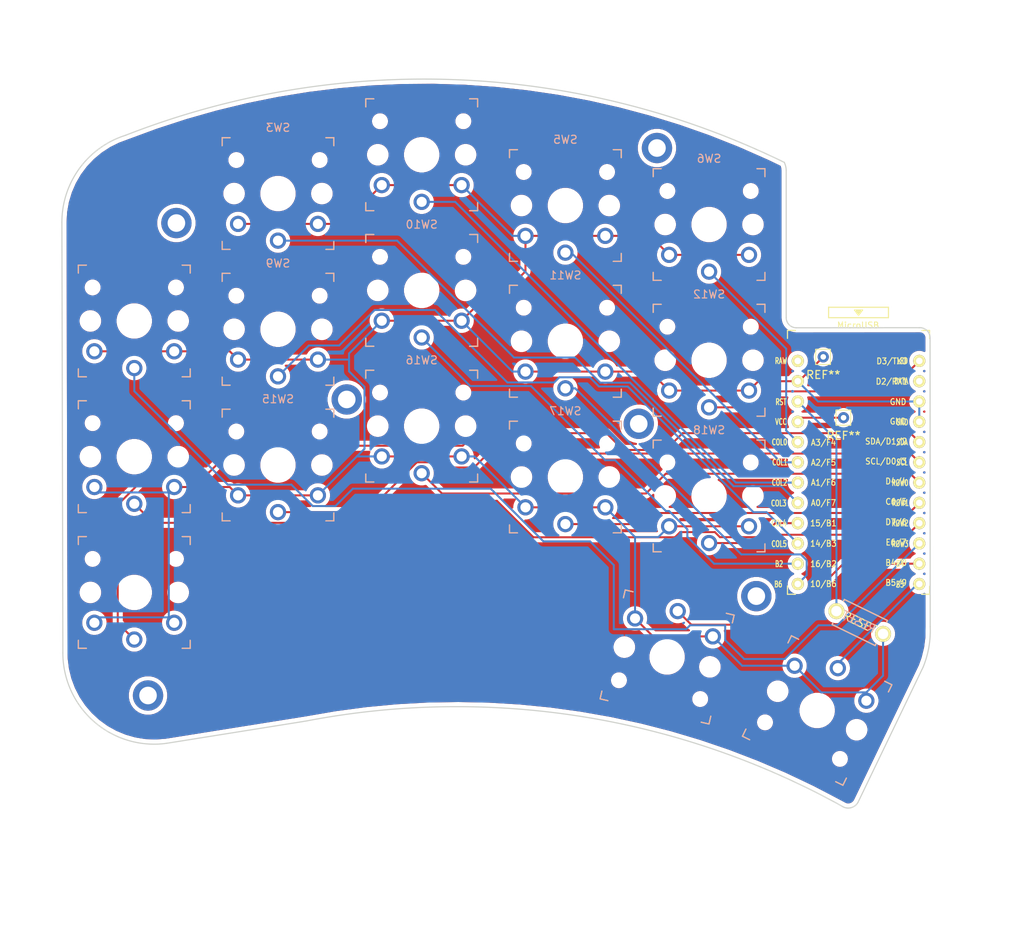
<source format=kicad_pcb>
(kicad_pcb (version 20171130) (host pcbnew 5.1.7)
  (title_block (title "Corne Light") (date 2018-12-26) (rev 2.1) (company foostan))
  (layers (0 F.Cu signal) (31 B.Cu signal) (34 B.Paste user hide) (35 F.Paste user) (36 B.SilkS user hide) (37 F.SilkS user) (38 B.Mask user) (39 F.Mask user) (44 Edge.Cuts user))
  (net 0 "")
  (net 1 row0)
  (net 2 row1)
  (net 3 row2)
  (net 4 row3)
  (net 5 "Net-(D20-Pad2)")
  (net 6 GND)
  (net 7 VCC)
  (net 8 col1)
  (net 9 col2)
  (net 10 col3)
  (net 11 col4)
  (net 12 col5)
  (net 13 LED)
  (net 14 data)
  (net 15 reset)
  (net 16 SCL)
  (net 17 SDA)
  (net 18 "Net-(U1-Pad14)")
  (net 19 "Net-(U1-Pad13)")
  (net 20 "Net-(U1-Pad12)")
  (net 21 "Net-(U1-Pad11)")
  (net 22 "Net-(U1-Pad24)")
  (module Connector_Pin:Pin_D0.7mm_L6.5mm_W1.8mm_FlatFork (layer F.Cu) (at 132.842 55.118)
    (fp_text reference REF** (at 0 2.25) (layer F.SilkS))
    (fp_text value Pin_D0.7mm_L6.5mm_W1.8mm_FlatFork)
    (pad 1 thru_hole circle (at 0 0) (size 1.4 1.4) (drill 0.7) (layers *.Cu *.Mask) (net 7 VCC))
  )
  (module Connector_Pin:Pin_D0.7mm_L6.5mm_W1.8mm_FlatFork (layer F.Cu) (at 130.302 47.498)
    (fp_text reference REF** (at 0 2.25) (layer F.SilkS))
    (fp_text value Pin_D0.7mm_L6.5mm_W1.8mm_FlatFork)
    (pad 1 thru_hole circle (at 0 0) (size 1.4 1.4) (drill 0.7) (layers *.Cu *.Mask) (net 6 GND))
  )
  (module MountingHole:MountingHole_2.2mm_M2_DIN965_Pad (layer F.Cu) (at 107.188 55.88)
    (fp_text reference Ref** hide)
    (fp_text value Val** hide)
    (pad 1 thru_hole circle (at 0 0) (size 3.8 3.8) (drill 2.2) (layers *.Cu *.Mask))
  )
  (module MountingHole:MountingHole_2.2mm_M2_DIN965_Pad (layer F.Cu) (at 70.612 52.832)
    (fp_text reference Ref** hide)
    (fp_text value Val** hide)
    (pad 1 thru_hole circle (at 0 0) (size 3.8 3.8) (drill 2.2) (layers *.Cu *.Mask))
  )
  (module MountingHole:MountingHole_2.2mm_M2_DIN965_Pad (layer F.Cu) (at 121.92 77.47)
    (fp_text reference Ref** hide)
    (fp_text value Val** hide)
    (pad 1 thru_hole circle (at 0 0) (size 3.8 3.8) (drill 2.2) (layers *.Cu *.Mask))
  )
  (module MountingHole:MountingHole_2.2mm_M2_DIN965_Pad (layer F.Cu) (at 109.474 21.336)
    (fp_text reference Ref** hide)
    (fp_text value Val** hide)
    (pad 1 thru_hole circle (at 0 0) (size 3.8 3.8) (drill 2.2) (layers *.Cu *.Mask))
  )
  (module MountingHole:MountingHole_2.2mm_M2_DIN965_Pad (layer F.Cu) (at 45.72 89.916)
    (fp_text reference Ref** hide)
    (fp_text value Val** hide)
    (pad 1 thru_hole circle (at 0 0) (size 3.8 3.8) (drill 2.2) (layers *.Cu *.Mask))
  )
  (module MountingHole:MountingHole_2.2mm_M2_DIN965_Pad (layer F.Cu) (at 49.276 30.734)
    (fp_text reference Ref** hide)
    (fp_text value Val** hide)
    (pad 1 thru_hole circle (at 0 0) (size 3.8 3.8) (drill 2.2) (layers *.Cu *.Mask))
  )
  (module kbd:ProMicro_v3 (layer F.Cu) (at 134.72 62.484)
    (fp_text reference U1 hide)
    (fp_text value ProMicro hide)
    (fp_text user "" (at -1.2065 -16.256) (layer B.SilkS) (effects (justify mirror)))
    (fp_text user "" (at -0.545 -17.4) (layer F.SilkS))
    (fp_text user RAW (at -9.7155 -14.478 unlocked) (layer F.SilkS) (effects (font (size 0.75 0.5) (thickness 0.125))))
    (fp_text user GND (at 5.461 -6.7945 unlocked) (layer F.SilkS) (effects (font (size 0.75 0.5) (thickness 0.125))))
    (fp_text user RST (at -9.7155 -9.3345 unlocked) (layer F.SilkS) (effects (font (size 0.75 0.5) (thickness 0.125))))
    (fp_text user VCC (at -9.7155 -6.858 unlocked) (layer F.SilkS) (effects (font (size 0.75 0.5) (thickness 0.125))))
    (fp_text user A3/F4 (at -4.395 -4.25 unlocked) (layer F.SilkS) (effects (font (size 0.75 0.67) (thickness 0.125))))
    (fp_text user A2/F5 (at -4.395 -1.75 unlocked) (layer F.SilkS) (effects (font (size 0.75 0.67) (thickness 0.125))))
    (fp_text user A1/F6 (at -4.395 0.75 unlocked) (layer F.SilkS) (effects (font (size 0.75 0.67) (thickness 0.125))))
    (fp_text user A0/F7 (at -4.395 3.3 unlocked) (layer F.SilkS) (effects (font (size 0.75 0.67) (thickness 0.125))))
    (fp_text user 15/B1 (at -4.395 5.85 unlocked) (layer F.SilkS) (effects (font (size 0.75 0.67) (thickness 0.125))))
    (fp_text user 14/B3 (at -4.395 8.4 unlocked) (layer F.SilkS) (effects (font (size 0.75 0.67) (thickness 0.125))))
    (fp_text user 10/B6 (at -4.395 13.45 unlocked) (layer F.SilkS) (effects (font (size 0.75 0.67) (thickness 0.125))))
    (fp_text user 16/B2 (at -4.395 10.95 unlocked) (layer F.SilkS) (effects (font (size 0.75 0.67) (thickness 0.125))))
    (fp_text user E6/7 (at 4.705 8.25 unlocked) (layer F.SilkS) (effects (font (size 0.75 0.67) (thickness 0.125))))
    (fp_text user D7/6 (at 4.705 5.7 unlocked) (layer F.SilkS) (effects (font (size 0.75 0.67) (thickness 0.125))))
    (fp_text user GND (at 4.955 -9.35 unlocked) (layer F.SilkS) (effects (font (size 0.75 0.67) (thickness 0.125))))
    (fp_text user GND (at 4.955 -6.9 unlocked) (layer F.SilkS) (effects (font (size 0.75 0.67) (thickness 0.125))))
    (fp_text user D3/TX0 (at 4.155 -14.45 unlocked) (layer F.SilkS) (effects (font (size 0.75 0.67) (thickness 0.125))))
    (fp_text user D4/4 (at 4.705 0.6 unlocked) (layer F.SilkS) (effects (font (size 0.75 0.67) (thickness 0.125))))
    (fp_text user SDA/D1/2 (at 3.455 -4.4 unlocked) (layer F.SilkS) (effects (font (size 0.75 0.67) (thickness 0.125))))
    (fp_text user SCL/D0/3 (at 3.455 -1.9 unlocked) (layer F.SilkS) (effects (font (size 0.75 0.67) (thickness 0.125))))
    (fp_text user C6/5 (at 4.705 3.15 unlocked) (layer F.SilkS) (effects (font (size 0.75 0.67) (thickness 0.125))))
    (fp_text user B5/9 (at 4.705 13.3 unlocked) (layer F.SilkS) (effects (font (size 0.75 0.67) (thickness 0.125))))
    (fp_text user D2/RX1 (at 4.155 -11.9 unlocked) (layer F.SilkS) (effects (font (size 0.75 0.67) (thickness 0.125))))
    (fp_text user B4/8 (at 4.705 10.8 unlocked) (layer F.SilkS) (effects (font (size 0.75 0.67) (thickness 0.125))))
    (fp_text user MicroUSB (at -0.05 -18.95) (layer F.SilkS) (effects (font (size 0.75 0.75) (thickness 0.12))))
    (fp_text user LED (at 5.5 -14.478) (layer F.SilkS) (effects (font (size 0.75 0.5) (thickness 0.125))))
    (fp_text user DATA (at 5.35 -11.95) (layer F.SilkS) (effects (font (size 0.75 0.5) (thickness 0.125))))
    (fp_text user COL3 (at -10 3.35) (layer F.SilkS) (effects (font (size 0.75 0.5) (thickness 0.125))))
    (fp_text user ROW0 (at 5.2 0.8) (layer F.SilkS) (effects (font (size 0.75 0.5) (thickness 0.125))))
    (fp_text user COL2 (at -9.9 0.762) (layer F.SilkS) (effects (font (size 0.75 0.5) (thickness 0.125))))
    (fp_text user SCL (at 5.461 -1.778) (layer F.SilkS) (effects (font (size 0.75 0.5) (thickness 0.125))))
    (fp_text user COL1 (at -9.85 -1.778) (layer F.SilkS) (effects (font (size 0.75 0.5) (thickness 0.125))))
    (fp_text user SDA (at 5.461 -4.318) (layer F.SilkS) (effects (font (size 0.75 0.5) (thickness 0.125))))
    (fp_text user COL0 (at -9.9 -4.3) (layer F.SilkS) (effects (font (size 0.75 0.5) (thickness 0.125))))
    (fp_text user B6 (at -10.05 13.5) (layer F.SilkS) (effects (font (size 0.75 0.5) (thickness 0.125))))
    (fp_text user B5 (at 5.2 13.5255) (layer F.SilkS) (effects (font (size 0.75 0.5) (thickness 0.125))))
    (fp_text user B4 (at 5.2 10.922) (layer F.SilkS) (effects (font (size 0.75 0.5) (thickness 0.125))))
    (fp_text user B2 (at -9.95 10.95) (layer F.SilkS) (effects (font (size 0.75 0.5) (thickness 0.125))))
    (fp_text user ROW3 (at 5.2 8.4455) (layer F.SilkS) (effects (font (size 0.75 0.5) (thickness 0.125))))
    (fp_text user COL5 (at -9.95 8.4455) (layer F.SilkS) (effects (font (size 0.75 0.5) (thickness 0.125))))
    (fp_text user ROW2 (at 5.2 5.85) (layer F.SilkS) (effects (font (size 0.75 0.5) (thickness 0.125))))
    (fp_text user COL4 (at -9.95 5.85) (layer F.SilkS) (effects (font (size 0.75 0.5) (thickness 0.125))))
    (fp_text user ROW1 (at 5.25 3.302) (layer F.SilkS) (effects (font (size 0.75 0.5) (thickness 0.125))))
    (pad 24 thru_hole circle (at -7.6086 -14.478) (size 1.524 1.524) (drill 0.8128) (layers *.Cu *.Mask F.SilkS) (net 22 "Net-(U1-Pad24)"))
    (pad 23 thru_hole circle (at -7.6086 -11.938) (size 1.524 1.524) (drill 0.8128) (layers *.Cu *.Mask F.SilkS) (net 6 GND))
    (pad 22 thru_hole circle (at -7.6086 -9.398) (size 1.524 1.524) (drill 0.8128) (layers *.Cu *.Mask F.SilkS) (net 15 reset))
    (pad 21 thru_hole circle (at -7.6086 -6.858) (size 1.524 1.524) (drill 0.8128) (layers *.Cu *.Mask F.SilkS) (net 7 VCC))
    (pad 20 thru_hole circle (at -7.6086 -4.318) (size 1.524 1.524) (drill 0.8128) (layers *.Cu *.Mask F.SilkS) (net 5 "Net-(D20-Pad2)"))
    (pad 19 thru_hole circle (at -7.6086 -1.778) (size 1.524 1.524) (drill 0.8128) (layers *.Cu *.Mask F.SilkS) (net 8 col1))
    (pad 18 thru_hole circle (at -7.6086 0.762) (size 1.524 1.524) (drill 0.8128) (layers *.Cu *.Mask F.SilkS) (net 9 col2))
    (pad 17 thru_hole circle (at -7.6086 3.302) (size 1.524 1.524) (drill 0.8128) (layers *.Cu *.Mask F.SilkS) (net 10 col3))
    (pad 16 thru_hole circle (at -7.6086 5.842) (size 1.524 1.524) (drill 0.8128) (layers *.Cu *.Mask F.SilkS) (net 11 col4))
    (pad 15 thru_hole circle (at -7.6086 8.382) (size 1.524 1.524) (drill 0.8128) (layers *.Cu *.Mask F.SilkS) (net 12 col5))
    (pad 14 thru_hole circle (at -7.6086 10.922) (size 1.524 1.524) (drill 0.8128) (layers *.Cu *.Mask F.SilkS) (net 18 "Net-(U1-Pad14)"))
    (pad 13 thru_hole circle (at -7.6086 13.462) (size 1.524 1.524) (drill 0.8128) (layers *.Cu *.Mask F.SilkS) (net 19 "Net-(U1-Pad13)"))
    (pad 12 thru_hole circle (at 7.6114 13.462) (size 1.524 1.524) (drill 0.8128) (layers *.Cu *.Mask F.SilkS) (net 20 "Net-(U1-Pad12)"))
    (pad 11 thru_hole circle (at 7.6114 10.922) (size 1.524 1.524) (drill 0.8128) (layers *.Cu *.Mask F.SilkS) (net 21 "Net-(U1-Pad11)"))
    (pad 10 thru_hole circle (at 7.6114 8.382) (size 1.524 1.524) (drill 0.8128) (layers *.Cu *.Mask F.SilkS) (net 4 row3))
    (pad 9 thru_hole circle (at 7.6114 5.842) (size 1.524 1.524) (drill 0.8128) (layers *.Cu *.Mask F.SilkS) (net 3 row2))
    (pad 8 thru_hole circle (at 7.6114 3.302) (size 1.524 1.524) (drill 0.8128) (layers *.Cu *.Mask F.SilkS) (net 2 row1))
    (pad 7 thru_hole circle (at 7.6114 0.762) (size 1.524 1.524) (drill 0.8128) (layers *.Cu *.Mask F.SilkS) (net 1 row0))
    (pad 6 thru_hole circle (at 7.6114 -1.778) (size 1.524 1.524) (drill 0.8128) (layers *.Cu *.Mask F.SilkS) (net 16 SCL))
    (pad 5 thru_hole circle (at 7.6114 -4.318) (size 1.524 1.524) (drill 0.8128) (layers *.Cu *.Mask F.SilkS) (net 17 SDA))
    (pad 4 thru_hole circle (at 7.6114 -6.858) (size 1.524 1.524) (drill 0.8128) (layers *.Cu *.Mask F.SilkS) (net 6 GND))
    (pad 3 thru_hole circle (at 7.6114 -9.398) (size 1.524 1.524) (drill 0.8128) (layers *.Cu *.Mask F.SilkS) (net 6 GND))
    (pad 2 thru_hole circle (at 7.6114 -11.938) (size 1.524 1.524) (drill 0.8128) (layers *.Cu *.Mask F.SilkS) (net 14 data))
    (pad 1 thru_hole circle (at 7.6114 -14.478) (size 1.524 1.524) (drill 0.8128) (layers *.Cu *.Mask F.SilkS) (net 13 LED))
  )
  (module chocs:SW_PG1350_reversible_b2 (layer B.Cu) (at 110.744 85.09 347)
    (fp_text reference SW20 hide)
    (fp_text value SW_PUSH hide)
    (pad "" np_thru_hole circle (at -5.5 0 347) (size 1.7018 1.7018) (drill 1.7018) (layers *.Cu *.Mask))
    (pad "" np_thru_hole circle (at 5.5 0 347) (size 1.7018 1.7018) (drill 1.7018) (layers *.Cu *.Mask))
    (pad "" np_thru_hole circle (at 5.22 4.2 347) (size 0.9906 0.9906) (drill 0.9906) (layers *.Cu *.Mask))
    (pad 1 thru_hole circle (at 0 -5.9 347) (size 2.032 2.032) (drill 1.27) (layers *.Cu *.Mask) (net 21 "Net-(U1-Pad11)"))
    (pad 2 thru_hole circle (at -5 -3.8 347) (size 2.032 2.032) (drill 1.27) (layers *.Cu *.Mask) (net 6 GND))
    (pad "" np_thru_hole circle (at 0 0 347) (size 3.429 3.429) (drill 3.429) (layers *.Cu *.Mask))
    (pad 2 thru_hole circle (at 5 -3.8 347) (size 2.032 2.032) (drill 1.27) (layers *.Cu *.Mask) (net 6 GND))
    (pad "" np_thru_hole circle (at -5.22 4.2 347) (size 0.9906 0.9906) (drill 0.9906) (layers *.Cu *.Mask))
  )
  (module chocs:SW_PG1350_reversible_b2 (layer F.Cu) (at 116 64.92)
    (fp_text reference SW18 hide)
    (fp_text value SW_PUSH hide)
    (fp_text user %R (at 0 -8.255) (layer B.SilkS) (effects (justify mirror)))
    (pad "" np_thru_hole circle (at -5.22 -4.2) (size 0.9906 0.9906) (drill 0.9906) (layers *.Cu *.Mask))
    (pad 2 thru_hole circle (at 5 3.8) (size 2.032 2.032) (drill 1.27) (layers *.Cu *.Mask) (net 6 GND))
    (pad "" np_thru_hole circle (at 0 0) (size 3.429 3.429) (drill 3.429) (layers *.Cu *.Mask))
    (pad 2 thru_hole circle (at -5 3.8) (size 2.032 2.032) (drill 1.27) (layers *.Cu *.Mask) (net 6 GND))
    (pad 1 thru_hole circle (at 0 5.9) (size 2.032 2.032) (drill 1.27) (layers *.Cu *.Mask) (net 3 row2))
    (pad "" np_thru_hole circle (at 5.22 -4.2) (size 0.9906 0.9906) (drill 0.9906) (layers *.Cu *.Mask))
    (pad "" np_thru_hole circle (at 5.5 0) (size 1.7018 1.7018) (drill 1.7018) (layers *.Cu *.Mask))
    (pad "" np_thru_hole circle (at -5.5 0) (size 1.7018 1.7018) (drill 1.7018) (layers *.Cu *.Mask))
  )
  (module chocs:SW_PG1350_reversible_b2 (layer B.Cu) (at 129.54 91.794 334)
    (fp_text reference SW21 hide)
    (fp_text value SW_PUSH hide)
    (pad "" np_thru_hole circle (at -5.5 0 334) (size 1.7018 1.7018) (drill 1.7018) (layers *.Cu *.Mask))
    (pad "" np_thru_hole circle (at 5.5 0 334) (size 1.7018 1.7018) (drill 1.7018) (layers *.Cu *.Mask))
    (pad "" np_thru_hole circle (at 5.22 4.2 334) (size 0.9906 0.9906) (drill 0.9906) (layers *.Cu *.Mask))
    (pad 1 thru_hole circle (at 0 -5.9 334) (size 2.032 2.032) (drill 1.27) (layers *.Cu *.Mask) (net 20 "Net-(U1-Pad12)"))
    (pad 2 thru_hole circle (at -5 -3.8 334) (size 2.032 2.032) (drill 1.27) (layers *.Cu *.Mask) (net 6 GND))
    (pad "" np_thru_hole circle (at 0 0 334) (size 3.429 3.429) (drill 3.429) (layers *.Cu *.Mask))
    (pad 2 thru_hole circle (at 5 -3.8 334) (size 2.032 2.032) (drill 1.27) (layers *.Cu *.Mask) (net 6 GND))
    (pad "" np_thru_hole circle (at -5.22 4.2 334) (size 0.9906 0.9906) (drill 0.9906) (layers *.Cu *.Mask))
  )
  (module chocs:SW_PG1350_reversible_b2 (layer F.Cu) (at 98 62.545)
    (fp_text reference SW17 hide)
    (fp_text value SW_PUSH hide)
    (fp_text user %R (at 0 -8.255) (layer B.SilkS) (effects (justify mirror)))
    (pad "" np_thru_hole circle (at -5.22 -4.2) (size 0.9906 0.9906) (drill 0.9906) (layers *.Cu *.Mask))
    (pad 2 thru_hole circle (at 5 3.8) (size 2.032 2.032) (drill 1.27) (layers *.Cu *.Mask) (net 6 GND))
    (pad "" np_thru_hole circle (at 0 0) (size 3.429 3.429) (drill 3.429) (layers *.Cu *.Mask))
    (pad 2 thru_hole circle (at -5 3.8) (size 2.032 2.032) (drill 1.27) (layers *.Cu *.Mask) (net 6 GND))
    (pad 1 thru_hole circle (at 0 5.9) (size 2.032 2.032) (drill 1.27) (layers *.Cu *.Mask) (net 2 row1))
    (pad "" np_thru_hole circle (at 5.22 -4.2) (size 0.9906 0.9906) (drill 0.9906) (layers *.Cu *.Mask))
    (pad "" np_thru_hole circle (at 5.5 0) (size 1.7018 1.7018) (drill 1.7018) (layers *.Cu *.Mask))
    (pad "" np_thru_hole circle (at -5.5 0) (size 1.7018 1.7018) (drill 1.7018) (layers *.Cu *.Mask))
  )
  (module chocs:SW_PG1350_reversible_b2 (layer F.Cu) (at 80 56.17)
    (fp_text reference SW16 hide)
    (fp_text value SW_PUSH hide)
    (fp_text user %R (at 0 -8.255) (layer B.SilkS) (effects (justify mirror)))
    (pad "" np_thru_hole circle (at -5.22 -4.2) (size 0.9906 0.9906) (drill 0.9906) (layers *.Cu *.Mask))
    (pad 2 thru_hole circle (at 5 3.8) (size 2.032 2.032) (drill 1.27) (layers *.Cu *.Mask) (net 6 GND))
    (pad "" np_thru_hole circle (at 0 0) (size 3.429 3.429) (drill 3.429) (layers *.Cu *.Mask))
    (pad 2 thru_hole circle (at -5 3.8) (size 2.032 2.032) (drill 1.27) (layers *.Cu *.Mask) (net 6 GND))
    (pad 1 thru_hole circle (at 0 5.9) (size 2.032 2.032) (drill 1.27) (layers *.Cu *.Mask) (net 1 row0))
    (pad "" np_thru_hole circle (at 5.22 -4.2) (size 0.9906 0.9906) (drill 0.9906) (layers *.Cu *.Mask))
    (pad "" np_thru_hole circle (at 5.5 0) (size 1.7018 1.7018) (drill 1.7018) (layers *.Cu *.Mask))
    (pad "" np_thru_hole circle (at -5.5 0) (size 1.7018 1.7018) (drill 1.7018) (layers *.Cu *.Mask))
  )
  (module chocs:SW_PG1350_reversible_b2 (layer F.Cu) (at 62 61.045)
    (fp_text reference SW15 hide)
    (fp_text value SW_PUSH hide)
    (fp_text user %R (at 0 -8.255) (layer B.SilkS) (effects (justify mirror)))
    (pad "" np_thru_hole circle (at -5.22 -4.2) (size 0.9906 0.9906) (drill 0.9906) (layers *.Cu *.Mask))
    (pad 2 thru_hole circle (at 5 3.8) (size 2.032 2.032) (drill 1.27) (layers *.Cu *.Mask) (net 6 GND))
    (pad "" np_thru_hole circle (at 0 0) (size 3.429 3.429) (drill 3.429) (layers *.Cu *.Mask))
    (pad 2 thru_hole circle (at -5 3.8) (size 2.032 2.032) (drill 1.27) (layers *.Cu *.Mask) (net 6 GND))
    (pad 1 thru_hole circle (at 0 5.9) (size 2.032 2.032) (drill 1.27) (layers *.Cu *.Mask) (net 16 SCL))
    (pad "" np_thru_hole circle (at 5.22 -4.2) (size 0.9906 0.9906) (drill 0.9906) (layers *.Cu *.Mask))
    (pad "" np_thru_hole circle (at 5.5 0) (size 1.7018 1.7018) (drill 1.7018) (layers *.Cu *.Mask))
    (pad "" np_thru_hole circle (at -5.5 0) (size 1.7018 1.7018) (drill 1.7018) (layers *.Cu *.Mask))
  )
  (module chocs:SW_PG1350_reversible_b2 (layer F.Cu) (at 44 77.005)
    (fp_text reference SW14 hide)
    (fp_text value SW_PUSH hide)
    (pad "" np_thru_hole circle (at -5.22 -4.2) (size 0.9906 0.9906) (drill 0.9906) (layers *.Cu *.Mask))
    (pad 2 thru_hole circle (at 5 3.8) (size 2.032 2.032) (drill 1.27) (layers *.Cu *.Mask) (net 6 GND))
    (pad "" np_thru_hole circle (at 0 0) (size 3.429 3.429) (drill 3.429) (layers *.Cu *.Mask))
    (pad 2 thru_hole circle (at -5 3.8) (size 2.032 2.032) (drill 1.27) (layers *.Cu *.Mask) (net 6 GND))
    (pad 1 thru_hole circle (at 0 5.9) (size 2.032 2.032) (drill 1.27) (layers *.Cu *.Mask) (net 17 SDA))
    (pad "" np_thru_hole circle (at 5.22 -4.2) (size 0.9906 0.9906) (drill 0.9906) (layers *.Cu *.Mask))
    (pad "" np_thru_hole circle (at 5.5 0) (size 1.7018 1.7018) (drill 1.7018) (layers *.Cu *.Mask))
    (pad "" np_thru_hole circle (at -5.5 0) (size 1.7018 1.7018) (drill 1.7018) (layers *.Cu *.Mask))
  )
  (module chocs:SW_PG1350_reversible_b2 (layer F.Cu) (at 116 47.92)
    (fp_text reference SW12 hide)
    (fp_text value SW_PUSH hide)
    (fp_text user %R (at 0 -8.255) (layer B.SilkS) (effects (justify mirror)))
    (pad "" np_thru_hole circle (at -5.22 -4.2) (size 0.9906 0.9906) (drill 0.9906) (layers *.Cu *.Mask))
    (pad 2 thru_hole circle (at 5 3.8) (size 2.032 2.032) (drill 1.27) (layers *.Cu *.Mask) (net 6 GND))
    (pad "" np_thru_hole circle (at 0 0) (size 3.429 3.429) (drill 3.429) (layers *.Cu *.Mask))
    (pad 2 thru_hole circle (at -5 3.8) (size 2.032 2.032) (drill 1.27) (layers *.Cu *.Mask) (net 6 GND))
    (pad 1 thru_hole circle (at 0 5.9) (size 2.032 2.032) (drill 1.27) (layers *.Cu *.Mask) (net 13 LED))
    (pad "" np_thru_hole circle (at 5.22 -4.2) (size 0.9906 0.9906) (drill 0.9906) (layers *.Cu *.Mask))
    (pad "" np_thru_hole circle (at 5.5 0) (size 1.7018 1.7018) (drill 1.7018) (layers *.Cu *.Mask))
    (pad "" np_thru_hole circle (at -5.5 0) (size 1.7018 1.7018) (drill 1.7018) (layers *.Cu *.Mask))
  )
  (module chocs:SW_PG1350_reversible_b2 (layer F.Cu) (at 98 45.54)
    (fp_text reference SW11 hide)
    (fp_text value SW_PUSH hide)
    (fp_text user %R (at 0 -8.255) (layer B.SilkS) (effects (justify mirror)))
    (pad "" np_thru_hole circle (at -5.22 -4.2) (size 0.9906 0.9906) (drill 0.9906) (layers *.Cu *.Mask))
    (pad 2 thru_hole circle (at 5 3.8) (size 2.032 2.032) (drill 1.27) (layers *.Cu *.Mask) (net 6 GND))
    (pad "" np_thru_hole circle (at 0 0) (size 3.429 3.429) (drill 3.429) (layers *.Cu *.Mask))
    (pad 2 thru_hole circle (at -5 3.8) (size 2.032 2.032) (drill 1.27) (layers *.Cu *.Mask) (net 6 GND))
    (pad 1 thru_hole circle (at 0 5.9) (size 2.032 2.032) (drill 1.27) (layers *.Cu *.Mask) (net 19 "Net-(U1-Pad13)"))
    (pad "" np_thru_hole circle (at 5.22 -4.2) (size 0.9906 0.9906) (drill 0.9906) (layers *.Cu *.Mask))
    (pad "" np_thru_hole circle (at 5.5 0) (size 1.7018 1.7018) (drill 1.7018) (layers *.Cu *.Mask))
    (pad "" np_thru_hole circle (at -5.5 0) (size 1.7018 1.7018) (drill 1.7018) (layers *.Cu *.Mask))
  )
  (module chocs:SW_PG1350_reversible_b2 (layer F.Cu) (at 80 39.17)
    (fp_text reference SW10 hide)
    (fp_text value SW_PUSH hide)
    (fp_text user %R (at 0 -8.255) (layer B.SilkS) (effects (justify mirror)))
    (pad "" np_thru_hole circle (at -5.22 -4.2) (size 0.9906 0.9906) (drill 0.9906) (layers *.Cu *.Mask))
    (pad 2 thru_hole circle (at 5 3.8) (size 2.032 2.032) (drill 1.27) (layers *.Cu *.Mask) (net 6 GND))
    (pad "" np_thru_hole circle (at 0 0) (size 3.429 3.429) (drill 3.429) (layers *.Cu *.Mask))
    (pad 2 thru_hole circle (at -5 3.8) (size 2.032 2.032) (drill 1.27) (layers *.Cu *.Mask) (net 6 GND))
    (pad 1 thru_hole circle (at 0 5.9) (size 2.032 2.032) (drill 1.27) (layers *.Cu *.Mask) (net 18 "Net-(U1-Pad14)"))
    (pad "" np_thru_hole circle (at 5.22 -4.2) (size 0.9906 0.9906) (drill 0.9906) (layers *.Cu *.Mask))
    (pad "" np_thru_hole circle (at 5.5 0) (size 1.7018 1.7018) (drill 1.7018) (layers *.Cu *.Mask))
    (pad "" np_thru_hole circle (at -5.5 0) (size 1.7018 1.7018) (drill 1.7018) (layers *.Cu *.Mask))
  )
  (module chocs:SW_PG1350_reversible_b2 (layer F.Cu) (at 62 44.04)
    (fp_text reference SW9 hide)
    (fp_text value SW_PUSH hide)
    (fp_text user %R (at 0 -8.255) (layer B.SilkS) (effects (justify mirror)))
    (pad "" np_thru_hole circle (at -5.22 -4.2) (size 0.9906 0.9906) (drill 0.9906) (layers *.Cu *.Mask))
    (pad 2 thru_hole circle (at 5 3.8) (size 2.032 2.032) (drill 1.27) (layers *.Cu *.Mask) (net 6 GND))
    (pad "" np_thru_hole circle (at 0 0) (size 3.429 3.429) (drill 3.429) (layers *.Cu *.Mask))
    (pad 2 thru_hole circle (at -5 3.8) (size 2.032 2.032) (drill 1.27) (layers *.Cu *.Mask) (net 6 GND))
    (pad 1 thru_hole circle (at 0 5.9) (size 2.032 2.032) (drill 1.27) (layers *.Cu *.Mask) (net 12 col5))
    (pad "" np_thru_hole circle (at 5.22 -4.2) (size 0.9906 0.9906) (drill 0.9906) (layers *.Cu *.Mask))
    (pad "" np_thru_hole circle (at 5.5 0) (size 1.7018 1.7018) (drill 1.7018) (layers *.Cu *.Mask))
    (pad "" np_thru_hole circle (at -5.5 0) (size 1.7018 1.7018) (drill 1.7018) (layers *.Cu *.Mask))
  )
  (module chocs:SW_PG1350_reversible_b2 (layer F.Cu) (at 44 60)
    (fp_text reference SW8 hide)
    (fp_text value SW_PUSH hide)
    (pad "" np_thru_hole circle (at -5.22 -4.2) (size 0.9906 0.9906) (drill 0.9906) (layers *.Cu *.Mask))
    (pad 2 thru_hole circle (at 5 3.8) (size 2.032 2.032) (drill 1.27) (layers *.Cu *.Mask) (net 6 GND))
    (pad "" np_thru_hole circle (at 0 0) (size 3.429 3.429) (drill 3.429) (layers *.Cu *.Mask))
    (pad 2 thru_hole circle (at -5 3.8) (size 2.032 2.032) (drill 1.27) (layers *.Cu *.Mask) (net 6 GND))
    (pad 1 thru_hole circle (at 0 5.9) (size 2.032 2.032) (drill 1.27) (layers *.Cu *.Mask) (net 11 col4))
    (pad "" np_thru_hole circle (at 5.22 -4.2) (size 0.9906 0.9906) (drill 0.9906) (layers *.Cu *.Mask))
    (pad "" np_thru_hole circle (at 5.5 0) (size 1.7018 1.7018) (drill 1.7018) (layers *.Cu *.Mask))
    (pad "" np_thru_hole circle (at -5.5 0) (size 1.7018 1.7018) (drill 1.7018) (layers *.Cu *.Mask))
  )
  (module chocs:SW_PG1350_reversible_b2 (layer F.Cu) (at 116 30.92)
    (fp_text reference SW6 hide)
    (fp_text value SW_PUSH hide)
    (fp_text user %R (at 0 -8.255) (layer B.SilkS) (effects (justify mirror)))
    (pad "" np_thru_hole circle (at -5.22 -4.2) (size 0.9906 0.9906) (drill 0.9906) (layers *.Cu *.Mask))
    (pad 2 thru_hole circle (at 5 3.8) (size 2.032 2.032) (drill 1.27) (layers *.Cu *.Mask) (net 6 GND))
    (pad "" np_thru_hole circle (at 0 0) (size 3.429 3.429) (drill 3.429) (layers *.Cu *.Mask))
    (pad 2 thru_hole circle (at -5 3.8) (size 2.032 2.032) (drill 1.27) (layers *.Cu *.Mask) (net 6 GND))
    (pad 1 thru_hole circle (at 0 5.9) (size 2.032 2.032) (drill 1.27) (layers *.Cu *.Mask) (net 5 "Net-(D20-Pad2)"))
    (pad "" np_thru_hole circle (at 5.22 -4.2) (size 0.9906 0.9906) (drill 0.9906) (layers *.Cu *.Mask))
    (pad "" np_thru_hole circle (at 5.5 0) (size 1.7018 1.7018) (drill 1.7018) (layers *.Cu *.Mask))
    (pad "" np_thru_hole circle (at -5.5 0) (size 1.7018 1.7018) (drill 1.7018) (layers *.Cu *.Mask))
  )
  (module chocs:SW_PG1350_reversible_b2 (layer F.Cu) (at 98 28.54)
    (fp_text reference SW5 hide)
    (fp_text value SW_PUSH hide)
    (fp_text user %R (at 0 -8.255) (layer B.SilkS) (effects (justify mirror)))
    (pad "" np_thru_hole circle (at -5.22 -4.2) (size 0.9906 0.9906) (drill 0.9906) (layers *.Cu *.Mask))
    (pad 2 thru_hole circle (at 5 3.8) (size 2.032 2.032) (drill 1.27) (layers *.Cu *.Mask) (net 6 GND))
    (pad "" np_thru_hole circle (at 0 0) (size 3.429 3.429) (drill 3.429) (layers *.Cu *.Mask))
    (pad 2 thru_hole circle (at -5 3.8) (size 2.032 2.032) (drill 1.27) (layers *.Cu *.Mask) (net 6 GND))
    (pad 1 thru_hole circle (at 0 5.9) (size 2.032 2.032) (drill 1.27) (layers *.Cu *.Mask) (net 8 col1))
    (pad "" np_thru_hole circle (at 5.22 -4.2) (size 0.9906 0.9906) (drill 0.9906) (layers *.Cu *.Mask))
    (pad "" np_thru_hole circle (at 5.5 0) (size 1.7018 1.7018) (drill 1.7018) (layers *.Cu *.Mask))
    (pad "" np_thru_hole circle (at -5.5 0) (size 1.7018 1.7018) (drill 1.7018) (layers *.Cu *.Mask))
  )
  (module chocs:SW_PG1350_reversible_b2 (layer F.Cu) (at 80 22.18)
    (fp_text reference SW4 hide)
    (fp_text value SW_PUSH hide)
    (pad "" np_thru_hole circle (at -5.22 -4.2) (size 0.9906 0.9906) (drill 0.9906) (layers *.Cu *.Mask))
    (pad 2 thru_hole circle (at 5 3.8) (size 2.032 2.032) (drill 1.27) (layers *.Cu *.Mask) (net 6 GND))
    (pad "" np_thru_hole circle (at 0 0) (size 3.429 3.429) (drill 3.429) (layers *.Cu *.Mask))
    (pad 2 thru_hole circle (at -5 3.8) (size 2.032 2.032) (drill 1.27) (layers *.Cu *.Mask) (net 6 GND))
    (pad 1 thru_hole circle (at 0 5.9) (size 2.032 2.032) (drill 1.27) (layers *.Cu *.Mask) (net 9 col2))
    (pad "" np_thru_hole circle (at 5.22 -4.2) (size 0.9906 0.9906) (drill 0.9906) (layers *.Cu *.Mask))
    (pad "" np_thru_hole circle (at 5.5 0) (size 1.7018 1.7018) (drill 1.7018) (layers *.Cu *.Mask))
    (pad "" np_thru_hole circle (at -5.5 0) (size 1.7018 1.7018) (drill 1.7018) (layers *.Cu *.Mask))
  )
  (module chocs:SW_PG1350_reversible_b2 (layer F.Cu) (at 44 43)
    (fp_text reference SW2 hide)
    (fp_text value SW_PUSH hide)
    (pad "" np_thru_hole circle (at -5.22 -4.2) (size 0.9906 0.9906) (drill 0.9906) (layers *.Cu *.Mask))
    (pad 2 thru_hole circle (at 5 3.8) (size 2.032 2.032) (drill 1.27) (layers *.Cu *.Mask) (net 6 GND))
    (pad "" np_thru_hole circle (at 0 0) (size 3.429 3.429) (drill 3.429) (layers *.Cu *.Mask))
    (pad 2 thru_hole circle (at -5 3.8) (size 2.032 2.032) (drill 1.27) (layers *.Cu *.Mask) (net 6 GND))
    (pad 1 thru_hole circle (at 0 5.9) (size 2.032 2.032) (drill 1.27) (layers *.Cu *.Mask) (net 4 row3))
    (pad "" np_thru_hole circle (at 5.22 -4.2) (size 0.9906 0.9906) (drill 0.9906) (layers *.Cu *.Mask))
    (pad "" np_thru_hole circle (at 5.5 0) (size 1.7018 1.7018) (drill 1.7018) (layers *.Cu *.Mask))
    (pad "" np_thru_hole circle (at -5.5 0) (size 1.7018 1.7018) (drill 1.7018) (layers *.Cu *.Mask))
  )
  (module chocs:SW_PG1350_reversible_b2 (layer F.Cu) (at 62 27.04)
    (fp_text reference SW3 hide)
    (fp_text value SW_PUSH hide)
    (fp_text user %R (at 0 -8.255) (layer B.SilkS) (effects (justify mirror)))
    (pad "" np_thru_hole circle (at -5.22 -4.2) (size 0.9906 0.9906) (drill 0.9906) (layers *.Cu *.Mask))
    (pad 2 thru_hole circle (at 5 3.8) (size 2.032 2.032) (drill 1.27) (layers *.Cu *.Mask) (net 6 GND))
    (pad "" np_thru_hole circle (at 0 0) (size 3.429 3.429) (drill 3.429) (layers *.Cu *.Mask))
    (pad 2 thru_hole circle (at -5 3.8) (size 2.032 2.032) (drill 1.27) (layers *.Cu *.Mask) (net 6 GND))
    (pad 1 thru_hole circle (at 0 5.9) (size 2.032 2.032) (drill 1.27) (layers *.Cu *.Mask) (net 10 col3))
    (pad "" np_thru_hole circle (at 5.22 -4.2) (size 0.9906 0.9906) (drill 0.9906) (layers *.Cu *.Mask))
    (pad "" np_thru_hole circle (at 5.5 0) (size 1.7018 1.7018) (drill 1.7018) (layers *.Cu *.Mask))
    (pad "" np_thru_hole circle (at -5.5 0) (size 1.7018 1.7018) (drill 1.7018) (layers *.Cu *.Mask))
  )
  (module foostan:ResetSW (layer F.Cu) (at 134.874 80.772 154)
    (fp_text reference RSW1 hide)
    (fp_text value Val**)
    (fp_text user RESET (at 0 0 154) (layer F.SilkS))
    (fp_text user RESET (at 0.127 0 154) (layer B.SilkS) (effects (justify mirror)))
    (pad 2 thru_hole circle (at -3.25 0 154) (size 2 2) (drill 1.3) (layers *.Cu *.Mask F.SilkS) (net 6 GND))
    (pad 1 thru_hole circle (at 3.25 0 154) (size 2 2) (drill 1.3) (layers *.Cu *.Mask F.SilkS) (net 15 reset))
  )
  (gr_arc (start 131.635552 81.788583) (end 142.811551 86.360582) (angle -24.66295384) (layer Edge.Cuts) (width 0.15))
  (gr_arc (start 133.429844 102.613527) (end 132.842 103.886) (angle -86.90071639) (layer Edge.Cuts) (width 0.15))
  (gr_arc (start 80.293101 115.489373) (end 125.419124 23.135653) (angle -47.37442235) (layer Edge.Cuts) (width 0.15))
  (gr_line (start 47.992631 95.911735) (end 65.559409 93.106501) (layer Edge.Cuts) (width 0.15))
  (gr_arc (start 84.384064 190.97754) (end 132.842 103.886) (angle -39.97905568) (layer Edge.Cuts) (width 0.15))
  (gr_line (start 142.811551 86.360582) (end 134.668673 103.269309) (layer Edge.Cuts) (width 0.15))
  (gr_arc (start 123.226816 24.193078) (end 125.66 24.13) (angle -24.26458506) (layer Edge.Cuts) (width 0.15))
  (gr_arc (start 46.482 84.582) (end 35.052 84.582) (angle -97.59464337) (layer Edge.Cuts) (width 0.15))
  (gr_arc (start 126.93 42.582) (end 125.66 42.582) (angle -90) (layer Edge.Cuts) (width 0.15))
  (gr_line (start 125.66 42.582) (end 125.66 24.13) (angle 90) (layer Edge.Cuts) (width 0.15))
  (gr_arc (start 142.409844 45.109527) (end 143.679844 45.119527) (angle -94.05555909) (layer Edge.Cuts) (width 0.15))
  (gr_arc (start 46.348276 30.626801) (end 42.899256 19.743522) (angle -72.41607054) (layer Edge.Cuts) (width 0.15))
  (gr_line (start 142.33 43.842) (end 126.93 43.852) (angle 90) (layer Edge.Cuts) (width 0.15))
  (gr_line (start 34.931556 30.626801) (end 35.052 84.582) (angle 90) (layer Edge.Cuts) (width 0.15))
  (gr_line (start 143.699858 81.28) (end 143.679844 45.119527) (angle 90) (layer Edge.Cuts) (width 0.15))
  (segment (start 80 62.07) (end 82.5399 64.6099) (width 0.25) (layer F.Cu) (net 1))
  (segment (start 82.5399 64.6099) (end 108.0991 64.6099) (width 0.25) (layer F.Cu) (net 1))
  (segment (start 108.0991 64.6099) (end 110.5743 62.1347) (width 0.25) (layer F.Cu) (net 1))
  (segment (start 110.5743 62.1347) (end 141.2201 62.1347) (width 0.25) (layer F.Cu) (net 1))
  (segment (start 141.2201 62.1347) (end 142.3314 63.246) (width 0.25) (layer F.Cu) (net 1))
  (segment (start 98 68.445) (end 107.4094 68.445) (width 0.25) (layer F.Cu) (net 2))
  (segment (start 107.4094 68.445) (end 108.7984 67.056) (width 0.25) (layer F.Cu) (net 2))
  (segment (start 108.7984 67.056) (end 141.0614 67.056) (width 0.25) (layer F.Cu) (net 2))
  (segment (start 141.0614 67.056) (end 142.3314 65.786) (width 0.25) (layer F.Cu) (net 2))
  (segment (start 116 70.82) (end 123.6198 70.82) (width 0.25) (layer F.Cu) (net 3))
  (segment (start 123.6198 70.82) (end 124.6612 69.7786) (width 0.25) (layer F.Cu) (net 3))
  (segment (start 124.6612 69.7786) (end 140.8788 69.7786) (width 0.25) (layer F.Cu) (net 3))
  (segment (start 140.8788 69.7786) (end 142.3314 68.326) (width 0.25) (layer F.Cu) (net 3))
  (segment (start 113.1266 81.6086) (end 113.6184 81.1168) (width 0.25) (layer B.Cu) (net 4))
  (segment (start 132.0806 81.1168) (end 142.3314 70.866) (width 0.25) (layer B.Cu) (net 4))
  (segment (start 66.356319 66.186001) (end 69.195999 66.186001) (width 0.25) (layer B.Cu) (net 4))
  (segment (start 63.674317 63.503999) (end 66.356319 66.186001) (width 0.25) (layer B.Cu) (net 4))
  (segment (start 55.709953 63.503999) (end 63.674317 63.503999) (width 0.25) (layer B.Cu) (net 4))
  (segment (start 44 51.794046) (end 55.709953 63.503999) (width 0.25) (layer B.Cu) (net 4))
  (segment (start 44 48.9) (end 44 51.794046) (width 0.25) (layer B.Cu) (net 4))
  (segment (start 69.195999 66.186001) (end 71.374 64.008) (width 0.25) (layer B.Cu) (net 4))
  (segment (start 71.374 64.008) (end 88.646 64.008) (width 0.25) (layer B.Cu) (net 4))
  (segment (start 88.646 64.008) (end 95.25 70.612) (width 0.25) (layer B.Cu) (net 4))
  (segment (start 95.25 70.612) (end 101.092 70.612) (width 0.25) (layer B.Cu) (net 4))
  (segment (start 104.0654 73.5854) (end 104.0654 81.6086) (width 0.25) (layer B.Cu) (net 4))
  (segment (start 101.092 70.612) (end 104.0654 73.5854) (width 0.25) (layer B.Cu) (net 4))
  (segment (start 104.0654 81.6086) (end 113.1266 81.6086) (width 0.25) (layer B.Cu) (net 4))
  (segment (start 118.0192 81.1168) (end 118.0192 82.9672) (width 0.25) (layer B.Cu) (net 4))
  (segment (start 113.6184 81.1168) (end 118.0192 81.1168) (width 0.25) (layer B.Cu) (net 4))
  (segment (start 118.0192 82.9672) (end 120.396 85.344) (width 0.25) (layer B.Cu) (net 4))
  (segment (start 120.396 85.344) (end 125.476 85.344) (width 0.25) (layer B.Cu) (net 4))
  (segment (start 129.7032 81.1168) (end 132.0806 81.1168) (width 0.25) (layer B.Cu) (net 4))
  (segment (start 125.476 85.344) (end 129.7032 81.1168) (width 0.25) (layer B.Cu) (net 4))
  (segment (start 116 36.82) (end 125.6588 46.4788) (width 0.25) (layer B.Cu) (net 5))
  (segment (start 125.6588 46.4788) (end 125.6588 56.7134) (width 0.25) (layer B.Cu) (net 5))
  (segment (start 125.6588 56.7134) (end 127.1114 58.166) (width 0.25) (layer B.Cu) (net 5))
  (segment (start 126.7118 86.1867) (end 120.1453 86.1867) (width 0.25) (layer B.Cu) (net 6))
  (segment (start 120.1453 86.1867) (end 116.4707 82.5121) (width 0.25) (layer B.Cu) (net 6))
  (segment (start 135.6998 89.5227) (end 130.0478 89.5227) (width 0.25) (layer B.Cu) (net 6))
  (segment (start 130.0478 89.5227) (end 126.7118 86.1867) (width 0.25) (layer B.Cu) (net 6))
  (segment (start 106.727 70.072) (end 103 66.345) (width 0.25) (layer B.Cu) (net 6))
  (segment (start 106.727 80.2626) (end 106.727 70.072) (width 0.25) (layer B.Cu) (net 6))
  (segment (start 106.727 70.072) (end 109.648 70.072) (width 0.25) (layer B.Cu) (net 6))
  (segment (start 109.648 70.072) (end 111 68.72) (width 0.25) (layer B.Cu) (net 6))
  (segment (start 93 32.34) (end 103 32.34) (width 0.25) (layer F.Cu) (net 6))
  (segment (start 93 66.345) (end 86.625 59.97) (width 0.25) (layer B.Cu) (net 6))
  (segment (start 86.625 59.97) (end 85 59.97) (width 0.25) (layer B.Cu) (net 6))
  (segment (start 75 42.97) (end 70.9009 47.0691) (width 0.25) (layer B.Cu) (net 6))
  (segment (start 70.9009 47.0691) (end 70.9009 47.84) (width 0.25) (layer B.Cu) (net 6))
  (segment (start 70.9009 47.84) (end 67 47.84) (width 0.25) (layer B.Cu) (net 6))
  (segment (start 71.875 59.97) (end 67 64.845) (width 0.25) (layer B.Cu) (net 6))
  (segment (start 75 59.97) (end 71.875 59.97) (width 0.25) (layer B.Cu) (net 6))
  (segment (start 93 32.34) (end 91.36 32.34) (width 0.25) (layer B.Cu) (net 6))
  (segment (start 91.36 32.34) (end 85 25.98) (width 0.25) (layer B.Cu) (net 6))
  (segment (start 49 46.8) (end 39 46.8) (width 0.25) (layer F.Cu) (net 6))
  (segment (start 57 47.84) (end 55.96 46.8) (width 0.25) (layer F.Cu) (net 6))
  (segment (start 55.96 46.8) (end 49 46.8) (width 0.25) (layer F.Cu) (net 6))
  (segment (start 137.7951 82.1967) (end 137.7951 87.4274) (width 0.25) (layer B.Cu) (net 6))
  (segment (start 137.7951 87.4274) (end 135.6998 89.5227) (width 0.25) (layer B.Cu) (net 6))
  (segment (start 135.6998 89.5227) (end 135.6998 90.5704) (width 0.25) (layer B.Cu) (net 6))
  (segment (start 111 68.72) (end 121 68.72) (width 0.25) (layer F.Cu) (net 6))
  (segment (start 75 42.97) (end 85 42.97) (width 0.25) (layer F.Cu) (net 6))
  (segment (start 48.3208 80.1258) (end 48.3208 64.4792) (width 0.25) (layer B.Cu) (net 6))
  (segment (start 49 80.805) (end 48.3208 80.1258) (width 0.25) (layer B.Cu) (net 6))
  (segment (start 48.3208 80.1258) (end 39.6792 80.1258) (width 0.25) (layer B.Cu) (net 6))
  (segment (start 39.6792 80.1258) (end 39 80.805) (width 0.25) (layer B.Cu) (net 6))
  (segment (start 48.3208 64.4792) (end 39.6792 64.4792) (width 0.25) (layer B.Cu) (net 6))
  (segment (start 39.6792 64.4792) (end 39 63.8) (width 0.25) (layer B.Cu) (net 6))
  (segment (start 48.3208 64.4792) (end 49 63.8) (width 0.25) (layer B.Cu) (net 6))
  (segment (start 121 51.72) (end 111 51.72) (width 0.25) (layer F.Cu) (net 6))
  (segment (start 127.1114 50.546) (end 122.174 50.546) (width 0.25) (layer F.Cu) (net 6))
  (segment (start 122.174 50.546) (end 121 51.72) (width 0.25) (layer F.Cu) (net 6))
  (segment (start 142.3314 53.086) (end 129.6514 53.086) (width 0.25) (layer B.Cu) (net 6))
  (segment (start 129.6514 53.086) (end 127.1114 50.546) (width 0.25) (layer B.Cu) (net 6))
  (segment (start 142.3314 53.086) (end 142.3314 55.626) (width 0.25) (layer B.Cu) (net 6))
  (segment (start 116.4707 82.5121) (end 108.9765 82.5121) (width 0.25) (layer F.Cu) (net 6))
  (segment (start 108.9765 82.5121) (end 106.727 80.2626) (width 0.25) (layer F.Cu) (net 6))
  (segment (start 93 66.345) (end 103 66.345) (width 0.25) (layer F.Cu) (net 6))
  (segment (start 75 59.97) (end 85 59.97) (width 0.25) (layer F.Cu) (net 6))
  (segment (start 57 64.845) (end 67 64.845) (width 0.25) (layer F.Cu) (net 6))
  (segment (start 49 63.8) (end 55.955 63.8) (width 0.25) (layer F.Cu) (net 6))
  (segment (start 55.955 63.8) (end 57 64.845) (width 0.25) (layer F.Cu) (net 6))
  (segment (start 103 49.34) (end 108.62 49.34) (width 0.25) (layer F.Cu) (net 6))
  (segment (start 108.62 49.34) (end 111 51.72) (width 0.25) (layer F.Cu) (net 6))
  (segment (start 93 49.34) (end 103 49.34) (width 0.25) (layer F.Cu) (net 6))
  (segment (start 85 42.97) (end 91.37 49.34) (width 0.25) (layer B.Cu) (net 6))
  (segment (start 91.37 49.34) (end 93 49.34) (width 0.25) (layer B.Cu) (net 6))
  (segment (start 57 47.84) (end 67 47.84) (width 0.25) (layer F.Cu) (net 6))
  (segment (start 111 34.72) (end 121 34.72) (width 0.25) (layer F.Cu) (net 6))
  (segment (start 103 32.34) (end 108.62 32.34) (width 0.25) (layer F.Cu) (net 6))
  (segment (start 108.62 32.34) (end 111 34.72) (width 0.25) (layer F.Cu) (net 6))
  (segment (start 75 25.98) (end 85 25.98) (width 0.25) (layer F.Cu) (net 6))
  (segment (start 67 30.84) (end 70.14 30.84) (width 0.25) (layer F.Cu) (net 6))
  (segment (start 70.14 30.84) (end 75 25.98) (width 0.25) (layer F.Cu) (net 6))
  (segment (start 57 30.84) (end 67 30.84) (width 0.25) (layer F.Cu) (net 6))
  (segment (start 93 33.492) (end 93 32.34) (width 0.25) (layer F.Cu) (net 6))
  (segment (start 93 36.785002) (end 93 33.492) (width 0.25) (layer F.Cu) (net 6))
  (segment (start 89.549002 40.236) (end 93 36.785002) (width 0.25) (layer F.Cu) (net 6))
  (segment (start 87.734 40.236) (end 89.549002 40.236) (width 0.25) (layer F.Cu) (net 6))
  (segment (start 85 42.97) (end 87.734 40.236) (width 0.25) (layer F.Cu) (net 6))
  (segment (start 72.837001 51.247001) (end 72.837001 59.007999) (width 0.25) (layer B.Cu) (net 6))
  (segment (start 72.837001 59.007999) (end 71.875 59.97) (width 0.25) (layer B.Cu) (net 6))
  (segment (start 70.9009 49.3109) (end 72.837001 51.247001) (width 0.25) (layer B.Cu) (net 6))
  (segment (start 70.9009 47.84) (end 70.9009 49.3109) (width 0.25) (layer B.Cu) (net 6))
  (segment (start 127.254 50.546) (end 127.1114 50.546) (width 0.25) (layer F.Cu) (net 6))
  (segment (start 130.302 47.498) (end 127.254 50.546) (width 0.25) (layer F.Cu) (net 6))
  (segment (start 127.6194 55.118) (end 127.1114 55.626) (width 0.25) (layer F.Cu) (net 7))
  (segment (start 132.842 55.118) (end 127.6194 55.118) (width 0.25) (layer F.Cu) (net 7))
  (segment (start 98 34.44) (end 98.7152 34.44) (width 0.25) (layer B.Cu) (net 8))
  (segment (start 98.7152 34.44) (end 124.9812 60.706) (width 0.25) (layer B.Cu) (net 8))
  (segment (start 124.9812 60.706) (end 127.1114 60.706) (width 0.25) (layer B.Cu) (net 8))
  (segment (start 80 28.08) (end 84.1968 28.08) (width 0.25) (layer B.Cu) (net 9))
  (segment (start 84.1968 28.08) (end 119.3628 63.246) (width 0.25) (layer B.Cu) (net 9))
  (segment (start 119.3628 63.246) (end 127.1114 63.246) (width 0.25) (layer B.Cu) (net 9))
  (segment (start 125.0218 63.6964) (end 127.1114 65.786) (width 0.25) (layer B.Cu) (net 10))
  (segment (start 119.0684 63.6964) (end 125.0218 63.6964) (width 0.25) (layer B.Cu) (net 10))
  (segment (start 102.3628 50.73) (end 106.102 50.73) (width 0.25) (layer B.Cu) (net 10))
  (segment (start 99.2127 47.5799) (end 102.3628 50.73) (width 0.25) (layer B.Cu) (net 10))
  (segment (start 91.5615 47.5799) (end 99.2127 47.5799) (width 0.25) (layer B.Cu) (net 10))
  (segment (start 76.9216 32.94) (end 91.5615 47.5799) (width 0.25) (layer B.Cu) (net 10))
  (segment (start 106.102 50.73) (end 119.0684 63.6964) (width 0.25) (layer B.Cu) (net 10))
  (segment (start 62 32.94) (end 76.9216 32.94) (width 0.25) (layer B.Cu) (net 10))
  (segment (start 117.3618 70.0818) (end 122.542 70.0818) (width 0.25) (layer F.Cu) (net 11))
  (segment (start 116.7288 69.4488) (end 117.3618 70.0818) (width 0.25) (layer F.Cu) (net 11))
  (segment (start 93.99 70.094) (end 111.726 70.094) (width 0.25) (layer F.Cu) (net 11))
  (segment (start 111.726 70.094) (end 112.3712 69.4488) (width 0.25) (layer F.Cu) (net 11))
  (segment (start 89.428 65.532) (end 93.99 70.094) (width 0.25) (layer F.Cu) (net 11))
  (segment (start 76.454 65.532) (end 89.428 65.532) (width 0.25) (layer F.Cu) (net 11))
  (segment (start 124.2978 68.326) (end 127.1114 68.326) (width 0.25) (layer F.Cu) (net 11))
  (segment (start 112.3712 69.4488) (end 116.7288 69.4488) (width 0.25) (layer F.Cu) (net 11))
  (segment (start 73.699999 68.286001) (end 76.454 65.532) (width 0.25) (layer F.Cu) (net 11))
  (segment (start 46.386001 68.286001) (end 73.699999 68.286001) (width 0.25) (layer F.Cu) (net 11))
  (segment (start 122.542 70.0818) (end 124.2978 68.326) (width 0.25) (layer F.Cu) (net 11))
  (segment (start 44 65.9) (end 46.386001 68.286001) (width 0.25) (layer F.Cu) (net 11))
  (segment (start 123.1986 66.9532) (end 127.1114 70.866) (width 0.25) (layer B.Cu) (net 12))
  (segment (start 105.811052 51.21005) (end 121.554202 66.9532) (width 0.25) (layer B.Cu) (net 12))
  (segment (start 102.20595 51.21005) (end 105.811052 51.21005) (width 0.25) (layer B.Cu) (net 12))
  (segment (start 101.0528 50.0569) (end 102.20595 51.21005) (width 0.25) (layer B.Cu) (net 12))
  (segment (start 96.5979 50.6985) (end 97.2395 50.0569) (width 0.25) (layer B.Cu) (net 12))
  (segment (start 121.554202 66.9532) (end 123.1986 66.9532) (width 0.25) (layer B.Cu) (net 12))
  (segment (start 81.662 41.6267) (end 90.7338 50.6985) (width 0.25) (layer B.Cu) (net 12))
  (segment (start 74.1111 41.6267) (end 81.662 41.6267) (width 0.25) (layer B.Cu) (net 12))
  (segment (start 97.2395 50.0569) (end 101.0528 50.0569) (width 0.25) (layer B.Cu) (net 12))
  (segment (start 90.7338 50.6985) (end 96.5979 50.6985) (width 0.25) (layer B.Cu) (net 12))
  (segment (start 69.6646 46.0732) (end 74.1111 41.6267) (width 0.25) (layer B.Cu) (net 12))
  (segment (start 65.8668 46.0732) (end 69.6646 46.0732) (width 0.25) (layer B.Cu) (net 12))
  (segment (start 62 49.94) (end 65.8668 46.0732) (width 0.25) (layer B.Cu) (net 12))
  (segment (start 116 53.82) (end 122.6086 53.82) (width 0.25) (layer F.Cu) (net 13))
  (segment (start 122.6086 53.82) (end 124.6126 51.816) (width 0.25) (layer F.Cu) (net 13))
  (segment (start 124.6126 51.816) (end 138.5214 51.816) (width 0.25) (layer F.Cu) (net 13))
  (segment (start 138.5214 51.816) (end 142.3314 48.006) (width 0.25) (layer F.Cu) (net 13))
  (segment (start 131.9529 79.3473) (end 131.9529 57.9275) (width 0.25) (layer B.Cu) (net 15))
  (segment (start 131.9529 57.9275) (end 127.1114 53.086) (width 0.25) (layer B.Cu) (net 15))
  (segment (start 142.3314 60.706) (end 141.2328 59.6074) (width 0.25) (layer F.Cu) (net 16))
  (segment (start 141.2328 59.6074) (end 88.305 59.6074) (width 0.25) (layer F.Cu) (net 16))
  (segment (start 88.305 59.6074) (end 86.5598 61.3526) (width 0.25) (layer F.Cu) (net 16))
  (segment (start 86.5598 61.3526) (end 82.6013 61.3526) (width 0.25) (layer F.Cu) (net 16))
  (segment (start 82.6013 61.3526) (end 81.9475 60.6988) (width 0.25) (layer F.Cu) (net 16))
  (segment (start 81.9475 60.6988) (end 79.3977 60.6988) (width 0.25) (layer F.Cu) (net 16))
  (segment (start 79.3977 60.6988) (end 73.1515 66.945) (width 0.25) (layer F.Cu) (net 16))
  (segment (start 73.1515 66.945) (end 62 66.945) (width 0.25) (layer F.Cu) (net 16))
  (segment (start 112.6807 57.0547) (end 141.2201 57.0547) (width 0.25) (layer F.Cu) (net 17))
  (segment (start 110.57801 59.15739) (end 112.6807 57.0547) (width 0.25) (layer F.Cu) (net 17))
  (segment (start 103.143746 57.0547) (end 105.246436 59.15739) (width 0.25) (layer F.Cu) (net 17))
  (segment (start 141.2201 57.0547) (end 142.3314 58.166) (width 0.25) (layer F.Cu) (net 17))
  (segment (start 105.246436 59.15739) (end 110.57801 59.15739) (width 0.25) (layer F.Cu) (net 17))
  (segment (start 86.7002 57.0547) (end 103.143746 57.0547) (width 0.25) (layer F.Cu) (net 17))
  (segment (start 85.1263 58.6286) (end 86.7002 57.0547) (width 0.25) (layer F.Cu) (net 17))
  (segment (start 56.7021 58.6286) (end 85.1263 58.6286) (width 0.25) (layer F.Cu) (net 17))
  (segment (start 45.969 61.9844) (end 53.3463 61.9844) (width 0.25) (layer F.Cu) (net 17))
  (segment (start 53.3463 61.9844) (end 56.7021 58.6286) (width 0.25) (layer F.Cu) (net 17))
  (segment (start 41.9276 66.0258) (end 45.969 61.9844) (width 0.25) (layer F.Cu) (net 17))
  (segment (start 41.9276 80.8326) (end 41.9276 66.0258) (width 0.25) (layer F.Cu) (net 17))
  (segment (start 44 82.905) (end 41.9276 80.8326) (width 0.25) (layer F.Cu) (net 17))
  (segment (start 80 45.07) (end 86.0789 51.1489) (width 0.25) (layer B.Cu) (net 18))
  (segment (start 86.0789 51.1489) (end 93.6888 51.1489) (width 0.25) (layer B.Cu) (net 18))
  (segment (start 93.6888 51.1489) (end 102.9823 60.4424) (width 0.25) (layer B.Cu) (net 18))
  (segment (start 102.9823 60.4424) (end 104.23 60.4424) (width 0.25) (layer B.Cu) (net 18))
  (segment (start 104.23 60.4424) (end 110.5952 66.8076) (width 0.25) (layer B.Cu) (net 18))
  (segment (start 110.5952 66.8076) (end 110.9921 66.8076) (width 0.25) (layer B.Cu) (net 18))
  (segment (start 110.9921 66.8076) (end 113.2787 69.0942) (width 0.25) (layer B.Cu) (net 18))
  (segment (start 113.2787 69.0942) (end 113.2787 70.0528) (width 0.25) (layer B.Cu) (net 18))
  (segment (start 113.2787 70.0528) (end 116.6319 73.406) (width 0.25) (layer B.Cu) (net 18))
  (segment (start 116.6319 73.406) (end 127.1114 73.406) (width 0.25) (layer B.Cu) (net 18))
  (segment (start 98 51.44) (end 99.2387 51.44) (width 0.25) (layer B.Cu) (net 19))
  (segment (start 99.2387 51.44) (end 120.0387 72.24) (width 0.25) (layer B.Cu) (net 19))
  (segment (start 120.0387 72.24) (end 127.4881 72.24) (width 0.25) (layer B.Cu) (net 19))
  (segment (start 127.4881 72.24) (end 128.2278 72.9797) (width 0.25) (layer B.Cu) (net 19))
  (segment (start 128.2278 72.9797) (end 128.2278 74.8296) (width 0.25) (layer B.Cu) (net 19))
  (segment (start 128.2278 74.8296) (end 127.1114 75.946) (width 0.25) (layer B.Cu) (net 19))
  (segment (start 132.1264 86.4911) (end 132.1264 85.933) (width 0.25) (layer B.Cu) (net 20))
  (segment (start 132.1264 85.933) (end 142.1134 75.946) (width 0.25) (layer B.Cu) (net 20))
  (segment (start 142.1134 75.946) (end 142.3314 75.946) (width 0.25) (layer B.Cu) (net 20))
  (segment (start 132.8154 73.406) (end 142.3314 73.406) (width 0.25) (layer F.Cu) (net 21))
  (segment (start 125.176399 81.045001) (end 127.2407 78.9807) (width 0.25) (layer F.Cu) (net 21))
  (segment (start 112.071211 79.341217) (end 113.774995 81.045001) (width 0.25) (layer F.Cu) (net 21))
  (segment (start 127.2407 78.9807) (end 132.8154 73.406) (width 0.25) (layer F.Cu) (net 21))
  (segment (start 113.774995 81.045001) (end 125.176399 81.045001) (width 0.25) (layer F.Cu) (net 21))
  (segment (start 126.8802 79.3412) (end 127.2407 78.9807) (width 0.25) (layer F.Cu) (net 21))
  (zone (net 0) (net_name "") (layer F.Cu) (connect_pads (clearance 0.508)) (min_thickness 0.254) (fill yes (arc_segments 32) (thermal_gap 0.508) (thermal_bridge_width 0.508))
    (polygon (pts (xy 154.432 106.68) (xy 28.194 102.87) (xy 27.178 7.62) (xy 148.844 6.35) (xy 149.098 6.35)))
  )
  (zone (net 0) (net_name "") (layer B.Cu) (connect_pads (clearance 0.508)) (min_thickness 0.254) (fill yes (arc_segments 32) (thermal_gap 0.508) (thermal_bridge_width 0.508))
    (polygon (pts (xy 155.448 108.204) (xy 28.702 121.666) (xy 27.432 8.128) (xy 147.066 2.794)))
  )
)
</source>
